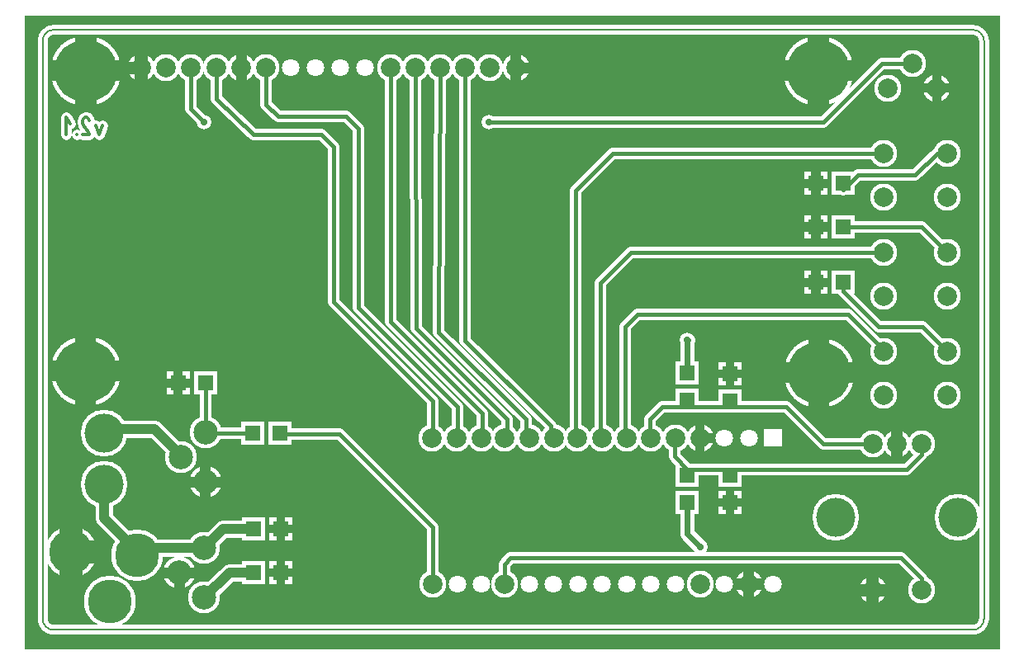
<source format=gbr>
%FSLAX34Y34*%
%MOMM*%
%LNCOPPER_BOTTOM*%
G71*
G01*
%ADD10C, 5.30*%
%ADD11C, 1.80*%
%ADD12C, 2.80*%
%ADD13C, 4.80*%
%ADD14C, 3.30*%
%ADD15C, 4.80*%
%ADD16C, 1.50*%
%ADD17C, 7.20*%
%ADD18C, 1.40*%
%ADD19C, 1.20*%
%ADD20C, 1.80*%
%ADD21R, 2.40X2.40*%
%ADD22C, 1.12*%
%ADD23C, 1.40*%
%ADD24C, 1.00*%
%ADD25C, 2.37*%
%ADD26C, 1.01*%
%ADD27C, 1.15*%
%ADD28C, 0.93*%
%ADD29C, 1.11*%
%ADD30C, 1.24*%
%ADD31C, 1.32*%
%ADD32C, 1.13*%
%ADD33C, 1.30*%
%ADD34C, 1.07*%
%ADD35C, 2.13*%
%ADD36C, 0.20*%
%ADD37C, 0.98*%
%ADD38C, 0.84*%
%ADD39C, 4.50*%
%ADD40C, 2.00*%
%ADD41C, 4.00*%
%ADD42C, 2.50*%
%ADD43C, 4.00*%
%ADD44C, 0.70*%
%ADD45C, 6.40*%
%ADD46C, 0.60*%
%ADD47C, 0.40*%
%ADD48R, 1.60X1.60*%
%ADD49C, 0.32*%
%ADD50C, 0.60*%
%LPD*%
G36*
X-18653Y631825D02*
X981347Y631825D01*
X981347Y-18175D01*
X-18653Y-18175D01*
X-18653Y631825D01*
G37*
%LPC*%
X97020Y78004D02*
G54D10*
D03*
X28758Y81179D02*
G54D10*
D03*
X723900Y198562D02*
G54D11*
D03*
X698900Y198562D02*
G54D11*
D03*
X673900Y198563D02*
G54D12*
D03*
X648900Y198562D02*
G54D12*
D03*
X623900Y198562D02*
G54D12*
D03*
X498900Y198562D02*
G54D12*
D03*
X473900Y198562D02*
G54D12*
D03*
X473900Y48562D02*
G54D12*
D03*
X498900Y48562D02*
G54D11*
D03*
X523900Y48562D02*
G54D11*
D03*
X548900Y48562D02*
G54D11*
D03*
X573900Y48562D02*
G54D11*
D03*
X598900Y48562D02*
G54D11*
D03*
X623900Y48562D02*
G54D11*
D03*
X648900Y48562D02*
G54D11*
D03*
X673900Y48562D02*
G54D12*
D03*
X698900Y48562D02*
G54D11*
D03*
X723900Y48562D02*
G54D12*
D03*
X748900Y48562D02*
G54D11*
D03*
G36*
X757900Y189562D02*
X739900Y189562D01*
X739900Y207562D01*
X757900Y207562D01*
X757900Y189562D01*
G37*
X62845Y151107D02*
G54D13*
D03*
X62845Y203107D02*
G54D13*
D03*
X598891Y198562D02*
G54D12*
D03*
X573888Y198562D02*
G54D12*
D03*
X548488Y198562D02*
G54D12*
D03*
X524278Y198562D02*
G54D12*
D03*
X424288Y198166D02*
G54D12*
D03*
X399288Y198165D02*
G54D12*
D03*
X449666Y198166D02*
G54D12*
D03*
X400082Y48562D02*
G54D12*
D03*
X425082Y48562D02*
G54D11*
D03*
X450082Y48562D02*
G54D11*
D03*
X927100Y287462D02*
G54D12*
D03*
X862100Y287462D02*
G54D12*
D03*
X862100Y242462D02*
G54D12*
D03*
X927100Y242462D02*
G54D12*
D03*
X927100Y490662D02*
G54D12*
D03*
X862100Y490662D02*
G54D12*
D03*
X862100Y445662D02*
G54D12*
D03*
X927100Y445662D02*
G54D12*
D03*
X68786Y31168D02*
G54D10*
D03*
X891778Y582591D02*
G54D12*
D03*
X866778Y557591D02*
G54D12*
D03*
X916778Y557590D02*
G54D12*
D03*
X166866Y204093D02*
G54D14*
D03*
X141466Y178693D02*
G54D14*
D03*
X166866Y153293D02*
G54D14*
D03*
X900900Y192212D02*
G54D12*
D03*
X850900Y192212D02*
G54D12*
D03*
X875900Y192212D02*
G54D12*
D03*
X900900Y42212D02*
G54D12*
D03*
X850900Y42212D02*
G54D12*
D03*
X938400Y117212D02*
G54D15*
D03*
X813400Y117212D02*
G54D15*
D03*
X927100Y389062D02*
G54D12*
D03*
X862100Y389062D02*
G54D12*
D03*
X862100Y344062D02*
G54D12*
D03*
X927100Y344062D02*
G54D12*
D03*
X165675Y85428D02*
G54D14*
D03*
X140275Y60028D02*
G54D14*
D03*
X165675Y34628D02*
G54D14*
D03*
X101049Y578179D02*
G54D12*
D03*
X126449Y578180D02*
G54D12*
D03*
X151849Y578180D02*
G54D12*
D03*
X178440Y578180D02*
G54D12*
D03*
X203840Y578179D02*
G54D12*
D03*
X229240Y578180D02*
G54D12*
D03*
X254243Y578180D02*
G54D11*
D03*
X279643Y578180D02*
G54D11*
D03*
X305043Y578180D02*
G54D11*
D03*
X330443Y578180D02*
G54D11*
D03*
X357034Y578180D02*
G54D12*
D03*
X382434Y578180D02*
G54D12*
D03*
X407834Y578180D02*
G54D12*
D03*
X433234Y578180D02*
G54D12*
D03*
X458634Y578179D02*
G54D12*
D03*
X485224Y578179D02*
G54D12*
D03*
X165100Y522412D02*
G54D16*
D03*
X457200Y522809D02*
G54D16*
D03*
X796131Y265510D02*
G54D17*
D03*
X820131Y265510D02*
G54D18*
D03*
X813102Y248539D02*
G54D18*
D03*
X796131Y241510D02*
G54D18*
D03*
X779161Y248539D02*
G54D18*
D03*
X772131Y265510D02*
G54D18*
D03*
X779161Y282480D02*
G54D18*
D03*
X796131Y289510D02*
G54D18*
D03*
X813102Y282480D02*
G54D18*
D03*
X795338Y575469D02*
G54D17*
D03*
X819338Y575469D02*
G54D18*
D03*
X812308Y558498D02*
G54D18*
D03*
X795338Y551469D02*
G54D18*
D03*
X778367Y558498D02*
G54D18*
D03*
X771338Y575469D02*
G54D18*
D03*
X778367Y592440D02*
G54D18*
D03*
X795338Y599469D02*
G54D18*
D03*
X812308Y592440D02*
G54D18*
D03*
X44450Y575469D02*
G54D17*
D03*
X68450Y575469D02*
G54D18*
D03*
X61421Y558498D02*
G54D18*
D03*
X44450Y551469D02*
G54D18*
D03*
X27480Y558498D02*
G54D18*
D03*
X20450Y575469D02*
G54D18*
D03*
X27480Y592440D02*
G54D18*
D03*
X44450Y599469D02*
G54D18*
D03*
X61421Y592440D02*
G54D18*
D03*
X44053Y267097D02*
G54D17*
D03*
X68053Y267097D02*
G54D18*
D03*
X61024Y250127D02*
G54D18*
D03*
X44053Y243097D02*
G54D18*
D03*
X27083Y250127D02*
G54D18*
D03*
X20053Y267097D02*
G54D18*
D03*
X27083Y284068D02*
G54D18*
D03*
X44053Y291097D02*
G54D18*
D03*
X61024Y284068D02*
G54D18*
D03*
G54D19*
X357034Y578180D02*
X356637Y318176D01*
X450850Y223962D01*
X450850Y199350D01*
X449666Y198166D01*
G54D19*
X382434Y578180D02*
X382830Y311032D01*
X476250Y217612D01*
X476250Y200912D01*
X473900Y198562D01*
G54D19*
X407834Y578180D02*
X406246Y306666D01*
X495300Y217612D01*
X495300Y202162D01*
X498900Y198562D01*
G54D19*
X433234Y578180D02*
X433234Y298729D01*
X520700Y211262D01*
X520700Y202140D01*
X524278Y198562D01*
G54D19*
X229240Y578180D02*
X229240Y540823D01*
X241300Y528762D01*
X311150Y528762D01*
X323850Y516062D01*
X323850Y331912D01*
X425450Y230312D01*
X425450Y199328D01*
X424288Y198166D01*
G54D19*
X178440Y578180D02*
X178440Y546776D01*
X215900Y509712D01*
X285750Y509712D01*
X298450Y497012D01*
X298450Y338262D01*
X400050Y236662D01*
X400050Y198928D01*
X399288Y198165D01*
G54D19*
X891778Y582591D02*
X860278Y582591D01*
X800100Y522412D01*
X457200Y522809D01*
G54D19*
X151849Y578180D02*
X151849Y536457D01*
X165100Y522412D01*
G54D19*
X862100Y490662D02*
X584200Y490662D01*
X546100Y452562D01*
X546100Y200950D01*
X548488Y198562D01*
G54D19*
X862100Y389062D02*
X603250Y389062D01*
X571500Y357312D01*
X571500Y200950D01*
X573888Y198562D01*
G54D20*
X165675Y85824D02*
X112382Y85824D01*
X97020Y70463D01*
G54D20*
X62845Y147932D02*
X62845Y116544D01*
X97020Y82369D01*
G54D20*
X141466Y183059D02*
X138932Y183059D01*
X114300Y207691D01*
X63024Y207691D01*
X62845Y207870D01*
G54D19*
X862100Y287462D02*
X862100Y288963D01*
X825500Y325562D01*
X609600Y325562D01*
X596900Y312862D01*
X596900Y200553D01*
X598891Y198562D01*
X243706Y203596D02*
G54D21*
D03*
X215706Y203596D02*
G54D21*
D03*
X138866Y254893D02*
G54D21*
D03*
X166866Y254893D02*
G54D21*
D03*
G54D19*
X166866Y254893D02*
X166866Y204093D01*
G54D19*
X166866Y203300D02*
X215210Y203300D01*
X215706Y202803D01*
G54D19*
X243706Y202803D02*
X304529Y202803D01*
X400050Y107281D01*
X400050Y52562D01*
X400082Y48562D01*
X792916Y459681D02*
G54D21*
D03*
X820916Y459681D02*
G54D21*
D03*
X792916Y415231D02*
G54D21*
D03*
X820916Y415231D02*
G54D21*
D03*
X792916Y358081D02*
G54D21*
D03*
X820916Y358081D02*
G54D21*
D03*
G54D19*
X927100Y490662D02*
X917100Y490662D01*
X894600Y468162D01*
X835748Y468162D01*
X820916Y453331D01*
G54D19*
X820916Y415231D02*
X900932Y415231D01*
X927100Y389062D01*
G54D19*
X820916Y358081D02*
X820916Y349197D01*
X857250Y312862D01*
X901700Y312862D01*
X927100Y287462D01*
G54D22*
X61434Y519587D02*
X57878Y509587D01*
X54322Y519587D01*
G54D22*
X40989Y509587D02*
X48100Y509587D01*
X48100Y510698D01*
X47212Y512921D01*
X41878Y519587D01*
X40989Y521810D01*
X40989Y524032D01*
X41878Y526254D01*
X43656Y527365D01*
X45434Y527365D01*
X47212Y526254D01*
X48100Y524032D01*
G54D22*
X34768Y509587D02*
X34768Y509587D01*
G54D22*
X28546Y520698D02*
X24101Y527365D01*
X24101Y509587D01*
X660400Y160462D02*
G54D21*
D03*
X660400Y132462D02*
G54D21*
D03*
X215900Y104900D02*
G54D21*
D03*
X243900Y104900D02*
G54D21*
D03*
X215900Y60450D02*
G54D21*
D03*
X243900Y60450D02*
G54D21*
D03*
G54D20*
X215900Y104900D02*
X185148Y104900D01*
X165675Y85428D01*
G54D20*
X215900Y60450D02*
X191498Y60450D01*
X165675Y34628D01*
X704850Y160462D02*
G54D21*
D03*
X704850Y132462D02*
G54D21*
D03*
X704850Y236662D02*
G54D21*
D03*
X704850Y264662D02*
G54D21*
D03*
X660400Y265237D02*
G54D21*
D03*
X660400Y237237D02*
G54D21*
D03*
X673900Y86638D02*
G54D16*
D03*
G54D19*
X900900Y42212D02*
X900900Y54503D01*
X879872Y75531D01*
X479822Y75531D01*
X473472Y69181D01*
X473472Y48990D01*
X473900Y48562D01*
G54D19*
X850900Y192212D02*
X800100Y192212D01*
X762000Y230312D01*
X635000Y230312D01*
X622300Y217612D01*
X622300Y200163D01*
X623900Y198562D01*
G54D19*
X900900Y198562D02*
X900900Y181062D01*
X885900Y166062D01*
X661150Y166062D01*
X647700Y179512D01*
X647700Y203712D01*
X648900Y204912D01*
G54D23*
X660400Y135637D02*
X660400Y100137D01*
X673100Y87437D01*
X660803Y299363D02*
G54D16*
D03*
G54D23*
X660400Y265237D02*
X660400Y298563D01*
X661200Y299363D01*
G54D24*
X11510Y617516D02*
X953675Y617516D01*
G54D24*
G75*
G01X11510Y617516D02*
G03X0Y606006I0J-11510D01*
G01*
G54D24*
G75*
G01X965185Y606006D02*
G03X953675Y617516I-11510J0D01*
G01*
G54D24*
X0Y606006D02*
X0Y13090D01*
G54D24*
G75*
G01X953675Y1580D02*
G03X965185Y13090I0J11510D01*
G01*
G54D24*
X965185Y606006D02*
X965185Y13090D01*
G54D24*
G75*
G01X0Y13090D02*
G03X11510Y1580I11510J0D01*
G01*
G54D24*
X953675Y1580D02*
X11510Y1580D01*
%LPD*%
G54D25*
G36*
X16908Y81179D02*
X16908Y108179D01*
X40608Y108179D01*
X40608Y81179D01*
X16908Y81179D01*
G37*
G36*
X28758Y93029D02*
X55758Y93029D01*
X55758Y69329D01*
X28758Y69329D01*
X28758Y93029D01*
G37*
G36*
X40608Y81179D02*
X40608Y54179D01*
X16908Y54179D01*
X16908Y81179D01*
X40608Y81179D01*
G37*
G54D26*
G36*
X678967Y198563D02*
X678967Y184063D01*
X668833Y184063D01*
X668833Y198563D01*
X678967Y198563D01*
G37*
G36*
X668833Y198563D02*
X668833Y213063D01*
X678967Y213063D01*
X678967Y198563D01*
X668833Y198563D01*
G37*
G36*
X673900Y203630D02*
X688400Y203630D01*
X688400Y193496D01*
X673900Y193496D01*
X673900Y203630D01*
G37*
G54D27*
G36*
X729667Y48562D02*
X729667Y34062D01*
X718133Y34062D01*
X718133Y48562D01*
X729667Y48562D01*
G37*
G36*
X723900Y42795D02*
X709400Y42795D01*
X709400Y54329D01*
X723900Y54329D01*
X723900Y42795D01*
G37*
G36*
X718133Y48562D02*
X718133Y63062D01*
X729667Y63062D01*
X729667Y48562D01*
X718133Y48562D01*
G37*
G36*
X723900Y54329D02*
X738400Y54329D01*
X738400Y42795D01*
X723900Y42795D01*
X723900Y54329D01*
G37*
G54D28*
G36*
X921445Y557590D02*
X921445Y543090D01*
X912111Y543090D01*
X912111Y557590D01*
X921445Y557590D01*
G37*
G36*
X916778Y552924D02*
X902278Y552924D01*
X902278Y562257D01*
X916778Y562257D01*
X916778Y552924D01*
G37*
G36*
X912111Y557590D02*
X912111Y572090D01*
X921445Y572090D01*
X921445Y557590D01*
X912111Y557590D01*
G37*
G36*
X916778Y562257D02*
X931278Y562257D01*
X931278Y552924D01*
X916778Y552924D01*
X916778Y562257D01*
G37*
G54D29*
G36*
X166866Y158835D02*
X183866Y158835D01*
X183866Y147751D01*
X166866Y147751D01*
X166866Y158835D01*
G37*
G36*
X172408Y153293D02*
X172408Y136293D01*
X161324Y136293D01*
X161324Y153293D01*
X172408Y153293D01*
G37*
G36*
X166866Y147751D02*
X149866Y147751D01*
X149866Y158835D01*
X166866Y158835D01*
X166866Y147751D01*
G37*
G36*
X161324Y153293D02*
X161324Y170293D01*
X172408Y170293D01*
X172408Y153293D01*
X161324Y153293D01*
G37*
G54D30*
G36*
X882100Y192212D02*
X882100Y177712D01*
X869700Y177712D01*
X869700Y192212D01*
X882100Y192212D01*
G37*
G36*
X869700Y192212D02*
X869700Y206712D01*
X882100Y206712D01*
X882100Y192212D01*
X869700Y192212D01*
G37*
G54D31*
G36*
X857500Y42212D02*
X857500Y27712D01*
X844300Y27712D01*
X844300Y42212D01*
X857500Y42212D01*
G37*
G36*
X850900Y35612D02*
X836400Y35612D01*
X836400Y48812D01*
X850900Y48812D01*
X850900Y35612D01*
G37*
G36*
X844300Y42212D02*
X844300Y56712D01*
X857500Y56712D01*
X857500Y42212D01*
X844300Y42212D01*
G37*
G36*
X850900Y48812D02*
X865400Y48812D01*
X865400Y35612D01*
X850900Y35612D01*
X850900Y48812D01*
G37*
G54D32*
G36*
X140275Y65695D02*
X157275Y65695D01*
X157275Y54362D01*
X140275Y54362D01*
X140275Y65695D01*
G37*
G36*
X145942Y60028D02*
X145942Y43028D01*
X134608Y43028D01*
X134608Y60028D01*
X145942Y60028D01*
G37*
G36*
X140275Y54362D02*
X123275Y54362D01*
X123275Y65695D01*
X140275Y65695D01*
X140275Y54362D01*
G37*
G54D33*
G36*
X94549Y578179D02*
X94549Y592679D01*
X107549Y592679D01*
X107549Y578179D01*
X94549Y578179D01*
G37*
G36*
X107549Y578179D02*
X107549Y563679D01*
X94549Y563679D01*
X94549Y578179D01*
X107549Y578179D01*
G37*
G36*
X101049Y571679D02*
X86549Y571679D01*
X86549Y584679D01*
X101049Y584679D01*
X101049Y571679D01*
G37*
G54D27*
G36*
X198073Y578179D02*
X198073Y592679D01*
X209607Y592679D01*
X209607Y578179D01*
X198073Y578179D01*
G37*
G36*
X209607Y578179D02*
X209607Y563679D01*
X198073Y563679D01*
X198073Y578179D01*
X209607Y578179D01*
G37*
G54D34*
G36*
X479857Y578179D02*
X479857Y592679D01*
X490591Y592679D01*
X490591Y578179D01*
X479857Y578179D01*
G37*
G36*
X485224Y583546D02*
X499724Y583546D01*
X499724Y572813D01*
X485224Y572813D01*
X485224Y583546D01*
G37*
G36*
X490591Y578179D02*
X490591Y563679D01*
X479857Y563679D01*
X479857Y578179D01*
X490591Y578179D01*
G37*
G54D35*
G36*
X785465Y265510D02*
X785465Y302010D01*
X806798Y302010D01*
X806798Y265510D01*
X785465Y265510D01*
G37*
G36*
X796131Y276176D02*
X832631Y276176D01*
X832631Y254843D01*
X796131Y254843D01*
X796131Y276176D01*
G37*
G36*
X806798Y265510D02*
X806798Y229010D01*
X785465Y229010D01*
X785465Y265510D01*
X806798Y265510D01*
G37*
G36*
X796131Y254843D02*
X759631Y254843D01*
X759631Y276176D01*
X796131Y276176D01*
X796131Y254843D01*
G37*
G54D36*
G36*
X819131Y265510D02*
X819131Y273010D01*
X821131Y273010D01*
X821131Y265510D01*
X819131Y265510D01*
G37*
G36*
X820131Y266510D02*
X827631Y266510D01*
X827631Y264510D01*
X820131Y264510D01*
X820131Y266510D01*
G37*
G36*
X821131Y265510D02*
X821131Y258010D01*
X819131Y258010D01*
X819131Y265510D01*
X821131Y265510D01*
G37*
G36*
X820131Y264510D02*
X812631Y264510D01*
X812631Y266510D01*
X820131Y266510D01*
X820131Y264510D01*
G37*
G54D36*
G36*
X812102Y248539D02*
X812102Y256039D01*
X814102Y256039D01*
X814102Y248539D01*
X812102Y248539D01*
G37*
G36*
X813102Y249539D02*
X820602Y249539D01*
X820602Y247539D01*
X813102Y247539D01*
X813102Y249539D01*
G37*
G36*
X814102Y248539D02*
X814102Y241039D01*
X812102Y241039D01*
X812102Y248539D01*
X814102Y248539D01*
G37*
G36*
X813102Y247539D02*
X805602Y247539D01*
X805602Y249539D01*
X813102Y249539D01*
X813102Y247539D01*
G37*
G54D36*
G36*
X795131Y241510D02*
X795131Y249010D01*
X797131Y249010D01*
X797131Y241510D01*
X795131Y241510D01*
G37*
G36*
X796131Y242510D02*
X803631Y242510D01*
X803631Y240510D01*
X796131Y240510D01*
X796131Y242510D01*
G37*
G36*
X797131Y241510D02*
X797131Y234010D01*
X795131Y234010D01*
X795131Y241510D01*
X797131Y241510D01*
G37*
G36*
X796131Y240510D02*
X788631Y240510D01*
X788631Y242510D01*
X796131Y242510D01*
X796131Y240510D01*
G37*
G54D36*
G36*
X778161Y248539D02*
X778161Y256039D01*
X780161Y256039D01*
X780161Y248539D01*
X778161Y248539D01*
G37*
G36*
X779161Y249539D02*
X786661Y249539D01*
X786661Y247539D01*
X779161Y247539D01*
X779161Y249539D01*
G37*
G36*
X780161Y248539D02*
X780161Y241039D01*
X778161Y241039D01*
X778161Y248539D01*
X780161Y248539D01*
G37*
G36*
X779161Y247539D02*
X771661Y247539D01*
X771661Y249539D01*
X779161Y249539D01*
X779161Y247539D01*
G37*
G54D36*
G36*
X771131Y265510D02*
X771131Y273010D01*
X773131Y273010D01*
X773131Y265510D01*
X771131Y265510D01*
G37*
G36*
X772131Y266510D02*
X779631Y266510D01*
X779631Y264510D01*
X772131Y264510D01*
X772131Y266510D01*
G37*
G36*
X773131Y265510D02*
X773131Y258010D01*
X771131Y258010D01*
X771131Y265510D01*
X773131Y265510D01*
G37*
G36*
X772131Y264510D02*
X764631Y264510D01*
X764631Y266510D01*
X772131Y266510D01*
X772131Y264510D01*
G37*
G54D36*
G36*
X778161Y282480D02*
X778161Y289980D01*
X780161Y289980D01*
X780161Y282480D01*
X778161Y282480D01*
G37*
G36*
X779161Y283480D02*
X786661Y283480D01*
X786661Y281480D01*
X779161Y281480D01*
X779161Y283480D01*
G37*
G36*
X780161Y282480D02*
X780161Y274980D01*
X778161Y274980D01*
X778161Y282480D01*
X780161Y282480D01*
G37*
G36*
X779161Y281480D02*
X771661Y281480D01*
X771661Y283480D01*
X779161Y283480D01*
X779161Y281480D01*
G37*
G54D36*
G36*
X795131Y289510D02*
X795131Y297010D01*
X797131Y297010D01*
X797131Y289510D01*
X795131Y289510D01*
G37*
G36*
X796131Y290510D02*
X803631Y290510D01*
X803631Y288510D01*
X796131Y288510D01*
X796131Y290510D01*
G37*
G36*
X797131Y289510D02*
X797131Y282010D01*
X795131Y282010D01*
X795131Y289510D01*
X797131Y289510D01*
G37*
G36*
X796131Y288510D02*
X788631Y288510D01*
X788631Y290510D01*
X796131Y290510D01*
X796131Y288510D01*
G37*
G54D36*
G36*
X812102Y282480D02*
X812102Y289980D01*
X814102Y289980D01*
X814102Y282480D01*
X812102Y282480D01*
G37*
G36*
X813102Y283480D02*
X820602Y283480D01*
X820602Y281480D01*
X813102Y281480D01*
X813102Y283480D01*
G37*
G36*
X814102Y282480D02*
X814102Y274980D01*
X812102Y274980D01*
X812102Y282480D01*
X814102Y282480D01*
G37*
G36*
X813102Y281480D02*
X805602Y281480D01*
X805602Y283480D01*
X813102Y283480D01*
X813102Y281480D01*
G37*
G54D35*
G36*
X784671Y575469D02*
X784671Y611969D01*
X806004Y611969D01*
X806004Y575469D01*
X784671Y575469D01*
G37*
G36*
X795338Y586136D02*
X831838Y586136D01*
X831838Y564802D01*
X795338Y564802D01*
X795338Y586136D01*
G37*
G36*
X806004Y575469D02*
X806004Y538969D01*
X784671Y538969D01*
X784671Y575469D01*
X806004Y575469D01*
G37*
G36*
X795338Y564802D02*
X758838Y564802D01*
X758838Y586136D01*
X795338Y586136D01*
X795338Y564802D01*
G37*
G54D36*
G36*
X818338Y575469D02*
X818338Y582969D01*
X820338Y582969D01*
X820338Y575469D01*
X818338Y575469D01*
G37*
G36*
X819338Y576469D02*
X826838Y576469D01*
X826838Y574469D01*
X819338Y574469D01*
X819338Y576469D01*
G37*
G36*
X820338Y575469D02*
X820338Y567969D01*
X818338Y567969D01*
X818338Y575469D01*
X820338Y575469D01*
G37*
G36*
X819338Y574469D02*
X811838Y574469D01*
X811838Y576469D01*
X819338Y576469D01*
X819338Y574469D01*
G37*
G54D36*
G36*
X811308Y558498D02*
X811308Y565998D01*
X813308Y565998D01*
X813308Y558498D01*
X811308Y558498D01*
G37*
G36*
X812308Y559498D02*
X819808Y559498D01*
X819808Y557498D01*
X812308Y557498D01*
X812308Y559498D01*
G37*
G36*
X813308Y558498D02*
X813308Y550998D01*
X811308Y550998D01*
X811308Y558498D01*
X813308Y558498D01*
G37*
G36*
X812308Y557498D02*
X804808Y557498D01*
X804808Y559498D01*
X812308Y559498D01*
X812308Y557498D01*
G37*
G54D36*
G36*
X794338Y551469D02*
X794338Y558969D01*
X796338Y558969D01*
X796338Y551469D01*
X794338Y551469D01*
G37*
G36*
X795338Y552469D02*
X802838Y552469D01*
X802838Y550469D01*
X795338Y550469D01*
X795338Y552469D01*
G37*
G36*
X796338Y551469D02*
X796338Y543969D01*
X794338Y543969D01*
X794338Y551469D01*
X796338Y551469D01*
G37*
G36*
X795338Y550469D02*
X787838Y550469D01*
X787838Y552469D01*
X795338Y552469D01*
X795338Y550469D01*
G37*
G54D36*
G36*
X777367Y558498D02*
X777367Y565998D01*
X779367Y565998D01*
X779367Y558498D01*
X777367Y558498D01*
G37*
G36*
X778367Y559498D02*
X785867Y559498D01*
X785867Y557498D01*
X778367Y557498D01*
X778367Y559498D01*
G37*
G36*
X779367Y558498D02*
X779367Y550998D01*
X777367Y550998D01*
X777367Y558498D01*
X779367Y558498D01*
G37*
G36*
X778367Y557498D02*
X770867Y557498D01*
X770867Y559498D01*
X778367Y559498D01*
X778367Y557498D01*
G37*
G54D36*
G36*
X770338Y575469D02*
X770338Y582969D01*
X772338Y582969D01*
X772338Y575469D01*
X770338Y575469D01*
G37*
G36*
X771338Y576469D02*
X778838Y576469D01*
X778838Y574469D01*
X771338Y574469D01*
X771338Y576469D01*
G37*
G36*
X772338Y575469D02*
X772338Y567969D01*
X770338Y567969D01*
X770338Y575469D01*
X772338Y575469D01*
G37*
G36*
X771338Y574469D02*
X763838Y574469D01*
X763838Y576469D01*
X771338Y576469D01*
X771338Y574469D01*
G37*
G54D36*
G36*
X777367Y592440D02*
X777367Y599940D01*
X779367Y599940D01*
X779367Y592440D01*
X777367Y592440D01*
G37*
G36*
X778367Y593440D02*
X785867Y593440D01*
X785867Y591440D01*
X778367Y591440D01*
X778367Y593440D01*
G37*
G36*
X779367Y592440D02*
X779367Y584940D01*
X777367Y584940D01*
X777367Y592440D01*
X779367Y592440D01*
G37*
G36*
X778367Y591440D02*
X770867Y591440D01*
X770867Y593440D01*
X778367Y593440D01*
X778367Y591440D01*
G37*
G54D36*
G36*
X794338Y599469D02*
X794338Y606969D01*
X796338Y606969D01*
X796338Y599469D01*
X794338Y599469D01*
G37*
G36*
X795338Y600469D02*
X802838Y600469D01*
X802838Y598469D01*
X795338Y598469D01*
X795338Y600469D01*
G37*
G36*
X796338Y599469D02*
X796338Y591969D01*
X794338Y591969D01*
X794338Y599469D01*
X796338Y599469D01*
G37*
G36*
X795338Y598469D02*
X787838Y598469D01*
X787838Y600469D01*
X795338Y600469D01*
X795338Y598469D01*
G37*
G54D36*
G36*
X811308Y592440D02*
X811308Y599940D01*
X813308Y599940D01*
X813308Y592440D01*
X811308Y592440D01*
G37*
G36*
X812308Y593440D02*
X819808Y593440D01*
X819808Y591440D01*
X812308Y591440D01*
X812308Y593440D01*
G37*
G36*
X813308Y592440D02*
X813308Y584940D01*
X811308Y584940D01*
X811308Y592440D01*
X813308Y592440D01*
G37*
G36*
X812308Y591440D02*
X804808Y591440D01*
X804808Y593440D01*
X812308Y593440D01*
X812308Y591440D01*
G37*
G54D35*
G36*
X33783Y575469D02*
X33783Y611969D01*
X55117Y611969D01*
X55117Y575469D01*
X33783Y575469D01*
G37*
G36*
X44450Y586136D02*
X80950Y586136D01*
X80950Y564802D01*
X44450Y564802D01*
X44450Y586136D01*
G37*
G36*
X55117Y575469D02*
X55117Y538969D01*
X33783Y538969D01*
X33783Y575469D01*
X55117Y575469D01*
G37*
G36*
X44450Y564802D02*
X7950Y564802D01*
X7950Y586136D01*
X44450Y586136D01*
X44450Y564802D01*
G37*
G54D36*
G36*
X67450Y575469D02*
X67450Y582969D01*
X69450Y582969D01*
X69450Y575469D01*
X67450Y575469D01*
G37*
G36*
X68450Y576469D02*
X75950Y576469D01*
X75950Y574469D01*
X68450Y574469D01*
X68450Y576469D01*
G37*
G36*
X69450Y575469D02*
X69450Y567969D01*
X67450Y567969D01*
X67450Y575469D01*
X69450Y575469D01*
G37*
G36*
X68450Y574469D02*
X60950Y574469D01*
X60950Y576469D01*
X68450Y576469D01*
X68450Y574469D01*
G37*
G54D36*
G36*
X60421Y558498D02*
X60421Y565998D01*
X62421Y565998D01*
X62421Y558498D01*
X60421Y558498D01*
G37*
G36*
X61421Y559498D02*
X68921Y559498D01*
X68921Y557498D01*
X61421Y557498D01*
X61421Y559498D01*
G37*
G36*
X62421Y558498D02*
X62421Y550998D01*
X60421Y550998D01*
X60421Y558498D01*
X62421Y558498D01*
G37*
G36*
X61421Y557498D02*
X53921Y557498D01*
X53921Y559498D01*
X61421Y559498D01*
X61421Y557498D01*
G37*
G54D36*
G36*
X43450Y551469D02*
X43450Y558969D01*
X45450Y558969D01*
X45450Y551469D01*
X43450Y551469D01*
G37*
G36*
X44450Y552469D02*
X51950Y552469D01*
X51950Y550469D01*
X44450Y550469D01*
X44450Y552469D01*
G37*
G36*
X45450Y551469D02*
X45450Y543969D01*
X43450Y543969D01*
X43450Y551469D01*
X45450Y551469D01*
G37*
G36*
X44450Y550469D02*
X36950Y550469D01*
X36950Y552469D01*
X44450Y552469D01*
X44450Y550469D01*
G37*
G54D36*
G36*
X26480Y558498D02*
X26480Y565998D01*
X28480Y565998D01*
X28480Y558498D01*
X26480Y558498D01*
G37*
G36*
X27480Y559498D02*
X34980Y559498D01*
X34980Y557498D01*
X27480Y557498D01*
X27480Y559498D01*
G37*
G36*
X28480Y558498D02*
X28480Y550998D01*
X26480Y550998D01*
X26480Y558498D01*
X28480Y558498D01*
G37*
G36*
X27480Y557498D02*
X19980Y557498D01*
X19980Y559498D01*
X27480Y559498D01*
X27480Y557498D01*
G37*
G54D36*
G36*
X19450Y575469D02*
X19450Y582969D01*
X21450Y582969D01*
X21450Y575469D01*
X19450Y575469D01*
G37*
G36*
X20450Y576469D02*
X27950Y576469D01*
X27950Y574469D01*
X20450Y574469D01*
X20450Y576469D01*
G37*
G36*
X21450Y575469D02*
X21450Y567969D01*
X19450Y567969D01*
X19450Y575469D01*
X21450Y575469D01*
G37*
G36*
X20450Y574469D02*
X12950Y574469D01*
X12950Y576469D01*
X20450Y576469D01*
X20450Y574469D01*
G37*
G54D36*
G36*
X26480Y592440D02*
X26480Y599940D01*
X28480Y599940D01*
X28480Y592440D01*
X26480Y592440D01*
G37*
G36*
X27480Y593440D02*
X34980Y593440D01*
X34980Y591440D01*
X27480Y591440D01*
X27480Y593440D01*
G37*
G36*
X28480Y592440D02*
X28480Y584940D01*
X26480Y584940D01*
X26480Y592440D01*
X28480Y592440D01*
G37*
G36*
X27480Y591440D02*
X19980Y591440D01*
X19980Y593440D01*
X27480Y593440D01*
X27480Y591440D01*
G37*
G54D36*
G36*
X43450Y599469D02*
X43450Y606969D01*
X45450Y606969D01*
X45450Y599469D01*
X43450Y599469D01*
G37*
G36*
X44450Y600469D02*
X51950Y600469D01*
X51950Y598469D01*
X44450Y598469D01*
X44450Y600469D01*
G37*
G36*
X45450Y599469D02*
X45450Y591969D01*
X43450Y591969D01*
X43450Y599469D01*
X45450Y599469D01*
G37*
G36*
X44450Y598469D02*
X36950Y598469D01*
X36950Y600469D01*
X44450Y600469D01*
X44450Y598469D01*
G37*
G54D36*
G36*
X60421Y592440D02*
X60421Y599940D01*
X62421Y599940D01*
X62421Y592440D01*
X60421Y592440D01*
G37*
G36*
X61421Y593440D02*
X68921Y593440D01*
X68921Y591440D01*
X61421Y591440D01*
X61421Y593440D01*
G37*
G36*
X62421Y592440D02*
X62421Y584940D01*
X60421Y584940D01*
X60421Y592440D01*
X62421Y592440D01*
G37*
G36*
X61421Y591440D02*
X53921Y591440D01*
X53921Y593440D01*
X61421Y593440D01*
X61421Y591440D01*
G37*
G54D35*
G36*
X33386Y267097D02*
X33386Y303597D01*
X54720Y303597D01*
X54720Y267097D01*
X33386Y267097D01*
G37*
G36*
X44053Y277764D02*
X80553Y277764D01*
X80553Y256431D01*
X44053Y256431D01*
X44053Y277764D01*
G37*
G36*
X54720Y267097D02*
X54720Y230597D01*
X33386Y230597D01*
X33386Y267097D01*
X54720Y267097D01*
G37*
G36*
X44053Y256431D02*
X7553Y256431D01*
X7553Y277764D01*
X44053Y277764D01*
X44053Y256431D01*
G37*
G54D36*
G36*
X67053Y267097D02*
X67053Y274597D01*
X69053Y274597D01*
X69053Y267097D01*
X67053Y267097D01*
G37*
G36*
X68053Y268097D02*
X75553Y268097D01*
X75553Y266097D01*
X68053Y266097D01*
X68053Y268097D01*
G37*
G36*
X69053Y267097D02*
X69053Y259597D01*
X67053Y259597D01*
X67053Y267097D01*
X69053Y267097D01*
G37*
G36*
X68053Y266097D02*
X60553Y266097D01*
X60553Y268097D01*
X68053Y268097D01*
X68053Y266097D01*
G37*
G54D36*
G36*
X60024Y250127D02*
X60024Y257627D01*
X62024Y257627D01*
X62024Y250127D01*
X60024Y250127D01*
G37*
G36*
X61024Y251127D02*
X68524Y251127D01*
X68524Y249127D01*
X61024Y249127D01*
X61024Y251127D01*
G37*
G36*
X62024Y250127D02*
X62024Y242627D01*
X60024Y242627D01*
X60024Y250127D01*
X62024Y250127D01*
G37*
G36*
X61024Y249127D02*
X53524Y249127D01*
X53524Y251127D01*
X61024Y251127D01*
X61024Y249127D01*
G37*
G54D36*
G36*
X43053Y243097D02*
X43053Y250597D01*
X45053Y250597D01*
X45053Y243097D01*
X43053Y243097D01*
G37*
G36*
X44053Y244097D02*
X51553Y244097D01*
X51553Y242097D01*
X44053Y242097D01*
X44053Y244097D01*
G37*
G36*
X45053Y243097D02*
X45053Y235597D01*
X43053Y235597D01*
X43053Y243097D01*
X45053Y243097D01*
G37*
G36*
X44053Y242097D02*
X36553Y242097D01*
X36553Y244097D01*
X44053Y244097D01*
X44053Y242097D01*
G37*
G54D36*
G36*
X26083Y250127D02*
X26083Y257627D01*
X28083Y257627D01*
X28083Y250127D01*
X26083Y250127D01*
G37*
G36*
X27083Y251127D02*
X34583Y251127D01*
X34583Y249127D01*
X27083Y249127D01*
X27083Y251127D01*
G37*
G36*
X28083Y250127D02*
X28083Y242627D01*
X26083Y242627D01*
X26083Y250127D01*
X28083Y250127D01*
G37*
G36*
X27083Y249127D02*
X19583Y249127D01*
X19583Y251127D01*
X27083Y251127D01*
X27083Y249127D01*
G37*
G54D36*
G36*
X19053Y267097D02*
X19053Y274597D01*
X21053Y274597D01*
X21053Y267097D01*
X19053Y267097D01*
G37*
G36*
X20053Y268097D02*
X27553Y268097D01*
X27553Y266097D01*
X20053Y266097D01*
X20053Y268097D01*
G37*
G36*
X21053Y267097D02*
X21053Y259597D01*
X19053Y259597D01*
X19053Y267097D01*
X21053Y267097D01*
G37*
G36*
X20053Y266097D02*
X12553Y266097D01*
X12553Y268097D01*
X20053Y268097D01*
X20053Y266097D01*
G37*
G54D36*
G36*
X26083Y284068D02*
X26083Y291568D01*
X28083Y291568D01*
X28083Y284068D01*
X26083Y284068D01*
G37*
G36*
X27083Y285068D02*
X34583Y285068D01*
X34583Y283068D01*
X27083Y283068D01*
X27083Y285068D01*
G37*
G36*
X28083Y284068D02*
X28083Y276568D01*
X26083Y276568D01*
X26083Y284068D01*
X28083Y284068D01*
G37*
G36*
X27083Y283068D02*
X19583Y283068D01*
X19583Y285068D01*
X27083Y285068D01*
X27083Y283068D01*
G37*
G54D36*
G36*
X43053Y291097D02*
X43053Y298597D01*
X45053Y298597D01*
X45053Y291097D01*
X43053Y291097D01*
G37*
G36*
X44053Y292097D02*
X51553Y292097D01*
X51553Y290097D01*
X44053Y290097D01*
X44053Y292097D01*
G37*
G36*
X45053Y291097D02*
X45053Y283597D01*
X43053Y283597D01*
X43053Y291097D01*
X45053Y291097D01*
G37*
G36*
X44053Y290097D02*
X36553Y290097D01*
X36553Y292097D01*
X44053Y292097D01*
X44053Y290097D01*
G37*
G54D36*
G36*
X60024Y284068D02*
X60024Y291568D01*
X62024Y291568D01*
X62024Y284068D01*
X60024Y284068D01*
G37*
G36*
X61024Y285068D02*
X68524Y285068D01*
X68524Y283068D01*
X61024Y283068D01*
X61024Y285068D01*
G37*
G36*
X62024Y284068D02*
X62024Y276568D01*
X60024Y276568D01*
X60024Y284068D01*
X62024Y284068D01*
G37*
G36*
X61024Y283068D02*
X53524Y283068D01*
X53524Y285068D01*
X61024Y285068D01*
X61024Y283068D01*
G37*
G54D37*
G36*
X133986Y254893D02*
X133986Y267393D01*
X143746Y267393D01*
X143746Y254893D01*
X133986Y254893D01*
G37*
G36*
X138866Y259773D02*
X151366Y259773D01*
X151366Y250013D01*
X138866Y250013D01*
X138866Y259773D01*
G37*
G36*
X143746Y254893D02*
X143746Y242393D01*
X133986Y242393D01*
X133986Y254893D01*
X143746Y254893D01*
G37*
G36*
X138866Y250013D02*
X126366Y250013D01*
X126366Y259773D01*
X138866Y259773D01*
X138866Y250013D01*
G37*
G54D37*
G36*
X788036Y459681D02*
X788036Y472181D01*
X797796Y472181D01*
X797796Y459681D01*
X788036Y459681D01*
G37*
G36*
X792916Y464561D02*
X805416Y464561D01*
X805416Y454801D01*
X792916Y454801D01*
X792916Y464561D01*
G37*
G36*
X797796Y459681D02*
X797796Y447181D01*
X788036Y447181D01*
X788036Y459681D01*
X797796Y459681D01*
G37*
G36*
X792916Y454801D02*
X780416Y454801D01*
X780416Y464561D01*
X792916Y464561D01*
X792916Y454801D01*
G37*
G54D37*
G36*
X788036Y415231D02*
X788036Y427731D01*
X797796Y427731D01*
X797796Y415231D01*
X788036Y415231D01*
G37*
G36*
X792916Y420111D02*
X805416Y420111D01*
X805416Y410351D01*
X792916Y410351D01*
X792916Y420111D01*
G37*
G36*
X797796Y415231D02*
X797796Y402731D01*
X788036Y402731D01*
X788036Y415231D01*
X797796Y415231D01*
G37*
G36*
X792916Y410351D02*
X780416Y410351D01*
X780416Y420111D01*
X792916Y420111D01*
X792916Y410351D01*
G37*
G54D37*
G36*
X788036Y358081D02*
X788036Y370581D01*
X797796Y370581D01*
X797796Y358081D01*
X788036Y358081D01*
G37*
G36*
X792916Y362961D02*
X805416Y362961D01*
X805416Y353201D01*
X792916Y353201D01*
X792916Y362961D01*
G37*
G36*
X797796Y358081D02*
X797796Y345581D01*
X788036Y345581D01*
X788036Y358081D01*
X797796Y358081D01*
G37*
G36*
X792916Y353201D02*
X780416Y353201D01*
X780416Y362961D01*
X792916Y362961D01*
X792916Y353201D01*
G37*
G54D38*
G36*
X239686Y104900D02*
X239686Y117400D01*
X248113Y117400D01*
X248113Y104900D01*
X239686Y104900D01*
G37*
G36*
X243900Y109114D02*
X256400Y109114D01*
X256400Y100686D01*
X243900Y100686D01*
X243900Y109114D01*
G37*
G36*
X248113Y104900D02*
X248113Y92400D01*
X239686Y92400D01*
X239686Y104900D01*
X248113Y104900D01*
G37*
G36*
X243900Y100686D02*
X231400Y100686D01*
X231400Y109114D01*
X243900Y109114D01*
X243900Y100686D01*
G37*
G54D38*
G36*
X239686Y60450D02*
X239686Y72950D01*
X248113Y72950D01*
X248113Y60450D01*
X239686Y60450D01*
G37*
G36*
X243900Y64664D02*
X256400Y64664D01*
X256400Y56236D01*
X243900Y56236D01*
X243900Y64664D01*
G37*
G36*
X248113Y60450D02*
X248113Y47950D01*
X239686Y47950D01*
X239686Y60450D01*
X248113Y60450D01*
G37*
G36*
X243900Y56236D02*
X231400Y56236D01*
X231400Y64664D01*
X243900Y64664D01*
X243900Y56236D01*
G37*
G54D38*
G36*
X704850Y136676D02*
X717350Y136676D01*
X717350Y128249D01*
X704850Y128249D01*
X704850Y136676D01*
G37*
G36*
X709064Y132462D02*
X709064Y119962D01*
X700636Y119962D01*
X700636Y132462D01*
X709064Y132462D01*
G37*
G36*
X704850Y128249D02*
X692350Y128249D01*
X692350Y136676D01*
X704850Y136676D01*
X704850Y128249D01*
G37*
G36*
X700636Y132462D02*
X700636Y144962D01*
X709064Y144962D01*
X709064Y132462D01*
X700636Y132462D01*
G37*
G54D38*
G36*
X704850Y260448D02*
X692350Y260448D01*
X692350Y268876D01*
X704850Y268876D01*
X704850Y260448D01*
G37*
G36*
X700636Y264662D02*
X700636Y277162D01*
X709064Y277162D01*
X709064Y264662D01*
X700636Y264662D01*
G37*
G36*
X704850Y268876D02*
X717350Y268876D01*
X717350Y260448D01*
X704850Y260448D01*
X704850Y268876D01*
G37*
G36*
X709064Y264662D02*
X709064Y252162D01*
X700636Y252162D01*
X700636Y264662D01*
X709064Y264662D01*
G37*
X97020Y78004D02*
G54D39*
D03*
X28758Y81179D02*
G54D39*
D03*
X673900Y198563D02*
G54D40*
D03*
X648900Y198562D02*
G54D40*
D03*
X623900Y198562D02*
G54D40*
D03*
X498900Y198562D02*
G54D40*
D03*
X473900Y198562D02*
G54D40*
D03*
X473900Y48562D02*
G54D40*
D03*
X673900Y48562D02*
G54D40*
D03*
X723900Y48562D02*
G54D40*
D03*
X62845Y151107D02*
G54D41*
D03*
X62845Y203107D02*
G54D41*
D03*
X598891Y198562D02*
G54D40*
D03*
X573888Y198562D02*
G54D40*
D03*
X548488Y198562D02*
G54D40*
D03*
X524278Y198562D02*
G54D40*
D03*
X424288Y198166D02*
G54D40*
D03*
X399288Y198165D02*
G54D40*
D03*
X449666Y198166D02*
G54D40*
D03*
X400082Y48562D02*
G54D40*
D03*
X927100Y287462D02*
G54D40*
D03*
X862100Y287462D02*
G54D40*
D03*
X862100Y242462D02*
G54D40*
D03*
X927100Y242462D02*
G54D40*
D03*
X927100Y490662D02*
G54D40*
D03*
X862100Y490662D02*
G54D40*
D03*
X862100Y445662D02*
G54D40*
D03*
X927100Y445662D02*
G54D40*
D03*
X68786Y31168D02*
G54D39*
D03*
X891778Y582591D02*
G54D40*
D03*
X866778Y557591D02*
G54D40*
D03*
X916778Y557590D02*
G54D40*
D03*
X166866Y204093D02*
G54D42*
D03*
X141466Y178693D02*
G54D42*
D03*
X166866Y153293D02*
G54D42*
D03*
X900900Y192212D02*
G54D40*
D03*
X850900Y192212D02*
G54D40*
D03*
X875900Y192212D02*
G54D40*
D03*
X900900Y42212D02*
G54D40*
D03*
X850900Y42212D02*
G54D40*
D03*
X938400Y117212D02*
G54D43*
D03*
X813400Y117212D02*
G54D43*
D03*
X927100Y389062D02*
G54D40*
D03*
X862100Y389062D02*
G54D40*
D03*
X862100Y344062D02*
G54D40*
D03*
X927100Y344062D02*
G54D40*
D03*
X165675Y85428D02*
G54D42*
D03*
X140275Y60028D02*
G54D42*
D03*
X165675Y34628D02*
G54D42*
D03*
X101049Y578179D02*
G54D40*
D03*
X126449Y578180D02*
G54D40*
D03*
X151849Y578180D02*
G54D40*
D03*
X178440Y578180D02*
G54D40*
D03*
X203840Y578179D02*
G54D40*
D03*
X229240Y578180D02*
G54D40*
D03*
X357034Y578180D02*
G54D40*
D03*
X382434Y578180D02*
G54D40*
D03*
X407834Y578180D02*
G54D40*
D03*
X433234Y578180D02*
G54D40*
D03*
X458634Y578179D02*
G54D40*
D03*
X485224Y578179D02*
G54D40*
D03*
X165100Y522412D02*
G54D44*
D03*
X457200Y522809D02*
G54D44*
D03*
X796131Y265510D02*
G54D45*
D03*
X820131Y265510D02*
G54D46*
D03*
X813102Y248539D02*
G54D46*
D03*
X796131Y241510D02*
G54D46*
D03*
X779161Y248539D02*
G54D46*
D03*
X772131Y265510D02*
G54D46*
D03*
X779161Y282480D02*
G54D46*
D03*
X796131Y289510D02*
G54D46*
D03*
X813102Y282480D02*
G54D46*
D03*
X795338Y575469D02*
G54D45*
D03*
X819338Y575469D02*
G54D46*
D03*
X812308Y558498D02*
G54D46*
D03*
X795338Y551469D02*
G54D46*
D03*
X778367Y558498D02*
G54D46*
D03*
X771338Y575469D02*
G54D46*
D03*
X778367Y592440D02*
G54D46*
D03*
X795338Y599469D02*
G54D46*
D03*
X812308Y592440D02*
G54D46*
D03*
X44450Y575469D02*
G54D45*
D03*
X68450Y575469D02*
G54D46*
D03*
X61421Y558498D02*
G54D46*
D03*
X44450Y551469D02*
G54D46*
D03*
X27480Y558498D02*
G54D46*
D03*
X20450Y575469D02*
G54D46*
D03*
X27480Y592440D02*
G54D46*
D03*
X44450Y599469D02*
G54D46*
D03*
X61421Y592440D02*
G54D46*
D03*
X44053Y267097D02*
G54D45*
D03*
X68053Y267097D02*
G54D46*
D03*
X61024Y250127D02*
G54D46*
D03*
X44053Y243097D02*
G54D46*
D03*
X27083Y250127D02*
G54D46*
D03*
X20053Y267097D02*
G54D46*
D03*
X27083Y284068D02*
G54D46*
D03*
X44053Y291097D02*
G54D46*
D03*
X61024Y284068D02*
G54D46*
D03*
G54D47*
X357034Y578180D02*
X356637Y318176D01*
X450850Y223962D01*
X450850Y199350D01*
X449666Y198166D01*
G54D47*
X382434Y578180D02*
X382830Y311032D01*
X476250Y217612D01*
X476250Y200912D01*
X473900Y198562D01*
G54D47*
X407834Y578180D02*
X406246Y306666D01*
X495300Y217612D01*
X495300Y202162D01*
X498900Y198562D01*
G54D47*
X433234Y578180D02*
X433234Y298729D01*
X520700Y211262D01*
X520700Y202140D01*
X524278Y198562D01*
G54D47*
X229240Y578180D02*
X229240Y540823D01*
X241300Y528762D01*
X311150Y528762D01*
X323850Y516062D01*
X323850Y331912D01*
X425450Y230312D01*
X425450Y199328D01*
X424288Y198166D01*
G54D47*
X178440Y578180D02*
X178440Y546776D01*
X215900Y509712D01*
X285750Y509712D01*
X298450Y497012D01*
X298450Y338262D01*
X400050Y236662D01*
X400050Y198928D01*
X399288Y198165D01*
G54D47*
X891778Y582591D02*
X860278Y582591D01*
X800100Y522412D01*
X457200Y522809D01*
G54D47*
X151849Y578180D02*
X151849Y536457D01*
X165100Y522412D01*
G54D47*
X862100Y490662D02*
X584200Y490662D01*
X546100Y452562D01*
X546100Y200950D01*
X548488Y198562D01*
G54D47*
X862100Y389062D02*
X603250Y389062D01*
X571500Y357312D01*
X571500Y200950D01*
X573888Y198562D01*
G54D24*
X165675Y85824D02*
X112382Y85824D01*
X97020Y70463D01*
G54D24*
X62845Y147932D02*
X62845Y116544D01*
X97020Y82369D01*
G54D24*
X141466Y183059D02*
X138932Y183059D01*
X114300Y207691D01*
X63024Y207691D01*
X62845Y207870D01*
G54D47*
X862100Y287462D02*
X862100Y288963D01*
X825500Y325562D01*
X609600Y325562D01*
X596900Y312862D01*
X596900Y200553D01*
X598891Y198562D01*
X243706Y203596D02*
G54D48*
D03*
X215706Y203596D02*
G54D48*
D03*
X138866Y254893D02*
G54D48*
D03*
X166866Y254893D02*
G54D48*
D03*
G54D47*
X166866Y254893D02*
X166866Y204093D01*
G54D47*
X166866Y203300D02*
X215210Y203300D01*
X215706Y202803D01*
G54D47*
X243706Y202803D02*
X304529Y202803D01*
X400050Y107281D01*
X400050Y52562D01*
X400082Y48562D01*
X792916Y459681D02*
G54D48*
D03*
X820916Y459681D02*
G54D48*
D03*
X792916Y415231D02*
G54D48*
D03*
X820916Y415231D02*
G54D48*
D03*
X792916Y358081D02*
G54D48*
D03*
X820916Y358081D02*
G54D48*
D03*
G54D47*
X927100Y490662D02*
X917100Y490662D01*
X894600Y468162D01*
X835748Y468162D01*
X820916Y453331D01*
G54D47*
X820916Y415231D02*
X900932Y415231D01*
X927100Y389062D01*
G54D47*
X820916Y358081D02*
X820916Y349197D01*
X857250Y312862D01*
X901700Y312862D01*
X927100Y287462D01*
G54D49*
X61434Y519587D02*
X57878Y509587D01*
X54322Y519587D01*
G54D49*
X40989Y509587D02*
X48100Y509587D01*
X48100Y510698D01*
X47212Y512921D01*
X41878Y519587D01*
X40989Y521810D01*
X40989Y524032D01*
X41878Y526254D01*
X43656Y527365D01*
X45434Y527365D01*
X47212Y526254D01*
X48100Y524032D01*
G54D49*
X34768Y509587D02*
X34768Y509587D01*
G54D49*
X28546Y520698D02*
X24101Y527365D01*
X24101Y509587D01*
X660400Y160462D02*
G54D48*
D03*
X660400Y132462D02*
G54D48*
D03*
X215900Y104900D02*
G54D48*
D03*
X243900Y104900D02*
G54D48*
D03*
X215900Y60450D02*
G54D48*
D03*
X243900Y60450D02*
G54D48*
D03*
G54D24*
X215900Y104900D02*
X185148Y104900D01*
X165675Y85428D01*
G54D24*
X215900Y60450D02*
X191498Y60450D01*
X165675Y34628D01*
X704850Y160462D02*
G54D48*
D03*
X704850Y132462D02*
G54D48*
D03*
X704850Y236662D02*
G54D48*
D03*
X704850Y264662D02*
G54D48*
D03*
X660400Y265237D02*
G54D48*
D03*
X660400Y237237D02*
G54D48*
D03*
X673900Y86638D02*
G54D44*
D03*
G54D47*
X900900Y42212D02*
X900900Y54503D01*
X879872Y75531D01*
X479822Y75531D01*
X473472Y69181D01*
X473472Y48990D01*
X473900Y48562D01*
G54D47*
X850900Y192212D02*
X800100Y192212D01*
X762000Y230312D01*
X635000Y230312D01*
X622300Y217612D01*
X622300Y200163D01*
X623900Y198562D01*
G54D47*
X900900Y198562D02*
X900900Y181062D01*
X885900Y166062D01*
X661150Y166062D01*
X647700Y179512D01*
X647700Y203712D01*
X648900Y204912D01*
G54D50*
X660400Y135637D02*
X660400Y100137D01*
X673100Y87437D01*
X660803Y299363D02*
G54D44*
D03*
G54D50*
X660400Y265237D02*
X660400Y298563D01*
X661200Y299363D01*
G54D36*
X11510Y617516D02*
X953675Y617516D01*
G54D36*
G75*
G01X11510Y617516D02*
G03X0Y606006I0J-11510D01*
G01*
G54D36*
G75*
G01X965185Y606006D02*
G03X953675Y617516I-11510J0D01*
G01*
G54D36*
X0Y606006D02*
X0Y13090D01*
G54D36*
G75*
G01X953675Y1580D02*
G03X965185Y13090I0J11510D01*
G01*
G54D36*
X965185Y606006D02*
X965185Y13090D01*
G54D36*
G75*
G01X0Y13090D02*
G03X11510Y1580I11510J0D01*
G01*
G54D36*
X953675Y1580D02*
X11510Y1580D01*
M02*

</source>
